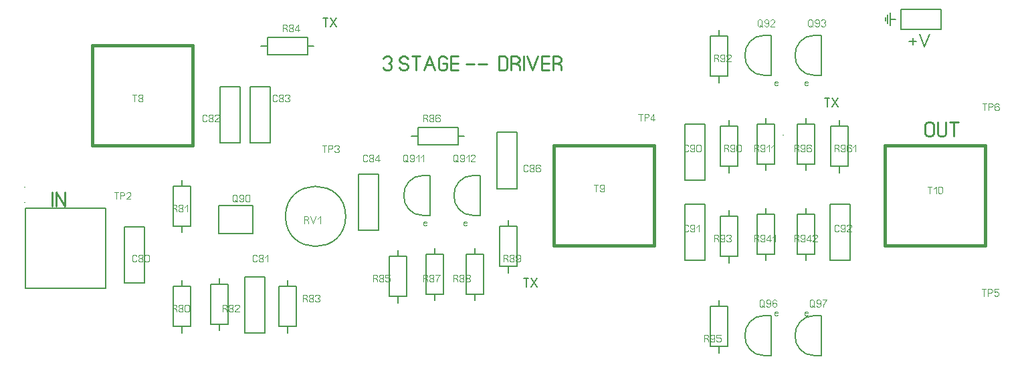
<source format=gbr>
%FSLAX34Y34*%
%MOMM*%
%LNSILK_TOP*%
G71*
G01*
%ADD10C,0.150*%
%ADD11C,0.111*%
%ADD12C,0.167*%
%ADD13C,0.400*%
%ADD14C,0.200*%
%ADD15C,0.144*%
%ADD16C,0.222*%
%ADD17C,0.133*%
%LPD*%
G54D10*
X864300Y14150D02*
X872300Y14150D01*
X872300Y-36575D01*
X864300Y-36575D01*
G54D10*
G75*
G01X864339Y14281D02*
G03X864339Y-36719I0J-25500D01*
G01*
G54D11*
X857767Y27213D02*
X861101Y25547D01*
G54D11*
X860434Y32769D02*
X860434Y27213D01*
X859767Y26102D01*
X858434Y25547D01*
X857101Y25547D01*
X855767Y26102D01*
X855101Y27213D01*
X855101Y32769D01*
X855767Y33880D01*
X857101Y34436D01*
X858434Y34436D01*
X859767Y33880D01*
X860434Y32769D01*
G54D11*
X863545Y27213D02*
X864211Y26102D01*
X865545Y25547D01*
X866878Y25547D01*
X868211Y26102D01*
X868878Y27213D01*
X868878Y29991D01*
X868878Y30547D01*
X866878Y29436D01*
X865545Y29436D01*
X864211Y29991D01*
X863545Y31102D01*
X863545Y32769D01*
X864211Y33880D01*
X865545Y34436D01*
X866878Y34436D01*
X868211Y33880D01*
X868878Y32769D01*
X868878Y29991D01*
G54D11*
X876655Y25547D02*
X871322Y25547D01*
X871322Y26102D01*
X871988Y27213D01*
X875988Y30547D01*
X876655Y31658D01*
X876655Y32769D01*
X875988Y33880D01*
X874655Y34436D01*
X873322Y34436D01*
X871988Y33880D01*
X871322Y32769D01*
G54D10*
X927800Y14150D02*
X935800Y14150D01*
X935800Y-36575D01*
X927800Y-36575D01*
G54D10*
G75*
G01X927839Y14281D02*
G03X927839Y-36719I0J-25500D01*
G01*
G54D11*
X921784Y27213D02*
X925117Y25547D01*
G54D11*
X924450Y32769D02*
X924450Y27213D01*
X923784Y26102D01*
X922450Y25547D01*
X921117Y25547D01*
X919784Y26102D01*
X919117Y27213D01*
X919117Y32769D01*
X919784Y33880D01*
X921117Y34436D01*
X922450Y34436D01*
X923784Y33880D01*
X924450Y32769D01*
G54D11*
X927561Y27213D02*
X928228Y26102D01*
X929561Y25547D01*
X930894Y25547D01*
X932228Y26102D01*
X932894Y27213D01*
X932894Y29991D01*
X932894Y30547D01*
X930894Y29436D01*
X929561Y29436D01*
X928228Y29991D01*
X927561Y31102D01*
X927561Y32769D01*
X928228Y33880D01*
X929561Y34436D01*
X930894Y34436D01*
X932228Y33880D01*
X932894Y32769D01*
X932894Y29991D01*
G54D11*
X935338Y32769D02*
X936005Y33880D01*
X937338Y34436D01*
X938672Y34436D01*
X940005Y33880D01*
X940672Y32769D01*
X940672Y31658D01*
X940005Y30547D01*
X938672Y29991D01*
X940005Y29436D01*
X940672Y28325D01*
X940672Y27213D01*
X940005Y26102D01*
X938672Y25547D01*
X937338Y25547D01*
X936005Y26102D01*
X935338Y27213D01*
G54D10*
X864300Y-341450D02*
X872300Y-341450D01*
X872300Y-392175D01*
X864300Y-392175D01*
G54D10*
G75*
G01X864339Y-341319D02*
G03X864339Y-392319I0J-25500D01*
G01*
G54D11*
X860212Y-328387D02*
X863546Y-330053D01*
G54D11*
X862879Y-322831D02*
X862879Y-328387D01*
X862212Y-329498D01*
X860879Y-330053D01*
X859546Y-330053D01*
X858212Y-329498D01*
X857546Y-328387D01*
X857546Y-322831D01*
X858212Y-321720D01*
X859546Y-321164D01*
X860879Y-321164D01*
X862212Y-321720D01*
X862879Y-322831D01*
G54D11*
X865990Y-328387D02*
X866656Y-329498D01*
X867990Y-330053D01*
X869323Y-330053D01*
X870656Y-329498D01*
X871323Y-328387D01*
X871323Y-325609D01*
X871323Y-325053D01*
X869323Y-326164D01*
X867990Y-326164D01*
X866656Y-325609D01*
X865990Y-324498D01*
X865990Y-322831D01*
X866656Y-321720D01*
X867990Y-321164D01*
X869323Y-321164D01*
X870656Y-321720D01*
X871323Y-322831D01*
X871323Y-325609D01*
G54D11*
X879100Y-322831D02*
X878433Y-321720D01*
X877100Y-321164D01*
X875767Y-321164D01*
X874433Y-321720D01*
X873767Y-322831D01*
X873767Y-325609D01*
X873767Y-326164D01*
X875767Y-325053D01*
X877100Y-325053D01*
X878433Y-325609D01*
X879100Y-326720D01*
X879100Y-328387D01*
X878433Y-329498D01*
X877100Y-330053D01*
X875767Y-330053D01*
X874433Y-329498D01*
X873767Y-328387D01*
X873767Y-325609D01*
G54D10*
X927800Y-341450D02*
X935800Y-341450D01*
X935800Y-392175D01*
X927800Y-392175D01*
G54D10*
G75*
G01X927839Y-341319D02*
G03X927839Y-392319I0J-25500D01*
G01*
G54D11*
X923712Y-328387D02*
X927045Y-330053D01*
G54D11*
X926378Y-322831D02*
X926378Y-328387D01*
X925712Y-329498D01*
X924378Y-330053D01*
X923045Y-330053D01*
X921712Y-329498D01*
X921045Y-328387D01*
X921045Y-322831D01*
X921712Y-321720D01*
X923045Y-321164D01*
X924378Y-321164D01*
X925712Y-321720D01*
X926378Y-322831D01*
G54D11*
X929489Y-328387D02*
X930156Y-329498D01*
X931489Y-330053D01*
X932822Y-330053D01*
X934156Y-329498D01*
X934822Y-328387D01*
X934822Y-325609D01*
X934822Y-325053D01*
X932822Y-326164D01*
X931489Y-326164D01*
X930156Y-325609D01*
X929489Y-324498D01*
X929489Y-322831D01*
X930156Y-321720D01*
X931489Y-321164D01*
X932822Y-321164D01*
X934156Y-321720D01*
X934822Y-322831D01*
X934822Y-325609D01*
G54D11*
X937266Y-321164D02*
X942600Y-321164D01*
X941933Y-322276D01*
X940600Y-323942D01*
X939266Y-326164D01*
X938600Y-327831D01*
X938600Y-330053D01*
G54D11*
X880300Y-48594D02*
X879233Y-49150D01*
X877900Y-49150D01*
X876567Y-48594D01*
X876300Y-47483D01*
X876300Y-45594D01*
X876967Y-44483D01*
X878300Y-44150D01*
X879633Y-44483D01*
X880300Y-45261D01*
X880300Y-46372D01*
X876300Y-46372D01*
G54D11*
X880300Y-340694D02*
X879233Y-341250D01*
X877900Y-341250D01*
X876567Y-340694D01*
X876300Y-339583D01*
X876300Y-337694D01*
X876967Y-336583D01*
X878300Y-336250D01*
X879633Y-336583D01*
X880300Y-337361D01*
X880300Y-338472D01*
X876300Y-338472D01*
G54D10*
X876675Y-149179D02*
X854500Y-149179D01*
X854500Y-98479D01*
X876675Y-98479D01*
X876675Y-149179D01*
G54D10*
X865588Y-149379D02*
X865588Y-157279D01*
G54D10*
X865588Y-98379D02*
X865587Y-90479D01*
G54D10*
X876675Y-263479D02*
X854500Y-263479D01*
X854500Y-212779D01*
X876675Y-212779D01*
X876675Y-263479D01*
G54D10*
X865588Y-263679D02*
X865588Y-271579D01*
G54D10*
X865588Y-212679D02*
X865587Y-204779D01*
G54D10*
X927475Y-149179D02*
X905300Y-149179D01*
X905300Y-98479D01*
X927475Y-98479D01*
X927475Y-149179D01*
G54D10*
X916388Y-149379D02*
X916388Y-157279D01*
G54D10*
X916388Y-98379D02*
X916387Y-90479D01*
G54D12*
X887463Y-112238D02*
X887463Y-112238D01*
G54D10*
X927475Y-263479D02*
X905300Y-263479D01*
X905300Y-212779D01*
X927475Y-212779D01*
X927475Y-263479D01*
G54D10*
X916388Y-263679D02*
X916388Y-271579D01*
G54D10*
X916388Y-212679D02*
X916387Y-204779D01*
G54D10*
X829684Y-151739D02*
X807510Y-151739D01*
X807510Y-101039D01*
X829684Y-101039D01*
X829684Y-151739D01*
G54D10*
X818597Y-151939D02*
X818597Y-159839D01*
G54D10*
X818597Y-100939D02*
X818597Y-93039D01*
G54D10*
X829684Y-266039D02*
X807510Y-266039D01*
X807510Y-215339D01*
X829684Y-215339D01*
X829684Y-266039D01*
G54D10*
X818597Y-266239D02*
X818597Y-274139D01*
G54D10*
X818597Y-215239D02*
X818597Y-207339D01*
G54D10*
X816985Y-380339D02*
X794810Y-380339D01*
X794810Y-329639D01*
X816985Y-329639D01*
X816985Y-380339D01*
G54D10*
X805897Y-380539D02*
X805897Y-388439D01*
G54D10*
X805897Y-329539D02*
X805897Y-321639D01*
G54D10*
X816985Y-37439D02*
X794810Y-37439D01*
X794810Y13261D01*
X816985Y13261D01*
X816985Y-37439D01*
G54D10*
X805897Y-37639D02*
X805897Y-45539D01*
G54D10*
X805897Y13361D02*
X805897Y21261D01*
G54D10*
X762856Y-169912D02*
X788256Y-169912D01*
X788256Y-98312D01*
X762856Y-98312D01*
X762856Y-169912D01*
G54D10*
X762856Y-271512D02*
X788256Y-271512D01*
X788256Y-199912D01*
X762856Y-199912D01*
X762856Y-271512D01*
G54D10*
X969384Y-151739D02*
X947210Y-151739D01*
X947210Y-101039D01*
X969384Y-101039D01*
X969384Y-151739D01*
G54D10*
X958297Y-151939D02*
X958297Y-159839D01*
G54D10*
X958297Y-100939D02*
X958297Y-93039D01*
G54D10*
X947006Y-271512D02*
X972406Y-271512D01*
X972406Y-199912D01*
X947006Y-199912D01*
X947006Y-271512D01*
G54D13*
X596900Y-125350D02*
X723900Y-125350D01*
X723900Y-252350D01*
X596900Y-252350D01*
X596900Y-125350D01*
G54D13*
X1016000Y-125350D02*
X1143000Y-125350D01*
X1143000Y-252350D01*
X1016000Y-252350D01*
X1016000Y-125350D01*
G54D14*
X1046500Y6464D02*
X1056100Y6464D01*
G54D14*
X1051300Y10464D02*
X1051300Y2464D01*
G54D14*
X1060500Y15464D02*
X1066500Y-536D01*
X1072500Y15464D01*
G54D10*
X1036704Y21638D02*
X1036704Y47038D01*
X1087504Y47038D01*
X1087504Y21638D01*
X1036704Y21638D01*
G54D14*
X1029371Y34867D02*
X1023020Y34867D01*
G54D14*
X1023020Y26930D02*
X1023021Y42805D01*
G54D14*
X1019846Y40423D02*
X1019846Y29311D01*
G54D14*
X1016671Y32486D02*
X1016671Y37248D01*
G54D10*
X432500Y-163650D02*
X440500Y-163650D01*
X440500Y-214375D01*
X432500Y-214375D01*
G54D10*
G75*
G01X432539Y-163519D02*
G03X432539Y-214519I0J-25500D01*
G01*
G54D10*
X496000Y-163650D02*
X504000Y-163650D01*
X504000Y-214375D01*
X496000Y-214375D01*
G54D10*
G75*
G01X496039Y-163519D02*
G03X496039Y-214519I0J-25500D01*
G01*
G54D11*
X435800Y-226394D02*
X434733Y-226950D01*
X433400Y-226950D01*
X432067Y-226394D01*
X431800Y-225283D01*
X431800Y-223394D01*
X432467Y-222283D01*
X433800Y-221950D01*
X435133Y-222283D01*
X435800Y-223061D01*
X435800Y-224172D01*
X431800Y-224172D01*
G54D10*
X457575Y-314279D02*
X435400Y-314279D01*
X435400Y-263579D01*
X457575Y-263579D01*
X457575Y-314279D01*
G54D10*
X446488Y-314479D02*
X446488Y-322379D01*
G54D10*
X446488Y-263479D02*
X446487Y-255579D01*
G54D10*
X508375Y-314279D02*
X486200Y-314279D01*
X486200Y-263579D01*
X508375Y-263579D01*
X508375Y-314279D01*
G54D10*
X497288Y-314479D02*
X497288Y-322379D01*
G54D10*
X497288Y-263479D02*
X497287Y-255579D01*
G54D10*
X410584Y-316839D02*
X388410Y-316839D01*
X388410Y-266139D01*
X410584Y-266139D01*
X410584Y-316839D01*
G54D10*
X399497Y-317039D02*
X399497Y-324939D01*
G54D10*
X399497Y-266039D02*
X399497Y-258139D01*
G54D10*
X350106Y-233412D02*
X375506Y-233412D01*
X375506Y-161812D01*
X350106Y-161812D01*
X350106Y-233412D01*
G54D10*
X424944Y-124807D02*
X424944Y-102632D01*
X475644Y-102632D01*
X475644Y-124807D01*
X424944Y-124807D01*
G54D10*
X424744Y-113720D02*
X416844Y-113720D01*
G54D10*
X475744Y-113720D02*
X483644Y-113720D01*
G54D10*
X528390Y-228331D02*
X550565Y-228331D01*
X550565Y-279031D01*
X528390Y-279030D01*
X528390Y-228331D01*
G54D10*
X539477Y-228130D02*
X539477Y-220230D01*
G54D10*
X539477Y-279131D02*
X539478Y-287031D01*
G54D10*
X550769Y-108557D02*
X525368Y-108557D01*
X525369Y-180157D01*
X550769Y-180157D01*
X550769Y-108557D01*
G54D10*
X215650Y-237550D02*
X173050Y-237550D01*
X173050Y-201950D01*
X215650Y-201950D01*
X215650Y-237550D01*
G54D10*
X184525Y-352379D02*
X162350Y-352379D01*
X162350Y-301679D01*
X184525Y-301679D01*
X184525Y-352379D01*
G54D10*
X173438Y-352579D02*
X173438Y-360479D01*
G54D10*
X173438Y-301579D02*
X173437Y-293679D01*
G54D10*
X137534Y-354939D02*
X115360Y-354939D01*
X115360Y-304239D01*
X137534Y-304239D01*
X137534Y-354939D01*
G54D10*
X126447Y-355139D02*
X126447Y-363039D01*
G54D10*
X126447Y-304139D02*
X126447Y-296239D01*
G54D10*
G75*
G01X333574Y-215493D02*
G03X333574Y-215493I-38100J0D01*
G01*
G54D10*
X231314Y-292076D02*
X205914Y-292076D01*
X205914Y-363676D01*
X231314Y-363676D01*
X231314Y-292076D01*
G54D10*
X174164Y-122376D02*
X199564Y-122376D01*
X199564Y-50776D01*
X174164Y-50776D01*
X174164Y-122376D01*
G54D10*
X237664Y-50776D02*
X212264Y-50776D01*
X212264Y-122376D01*
X237664Y-122376D01*
X237664Y-50776D01*
G54D10*
X115326Y-177267D02*
X137501Y-177267D01*
X137501Y-227967D01*
X115326Y-227967D01*
X115326Y-177267D01*
G54D10*
X126414Y-177067D02*
X126414Y-169167D01*
G54D10*
X126414Y-228067D02*
X126414Y-235967D01*
G54D10*
X78914Y-228576D02*
X53514Y-228576D01*
X53514Y-300176D01*
X78914Y-300176D01*
X78914Y-228576D01*
G54D13*
X12700Y1650D02*
X139700Y1650D01*
X139700Y-125350D01*
X12700Y-125350D01*
X12700Y1650D01*
G54D10*
X270884Y-354939D02*
X248710Y-354939D01*
X248710Y-304239D01*
X270884Y-304239D01*
X270884Y-354939D01*
G54D10*
X259797Y-355139D02*
X259797Y-363039D01*
G54D10*
X259797Y-304139D02*
X259797Y-296239D01*
G54D10*
X-71669Y-204719D02*
X29931Y-204719D01*
X29931Y-306319D01*
X-71669Y-306319D01*
X-71669Y-204719D01*
G54D15*
X-72419Y-177969D02*
X-72419Y-177969D01*
G54D15*
X-72419Y-197469D02*
X-72419Y-197469D01*
G54D16*
X-37719Y-202469D02*
X-37719Y-184691D01*
G54D16*
X-32830Y-202469D02*
X-32830Y-184691D01*
X-22163Y-202469D01*
X-22163Y-184691D01*
G54D16*
X1077848Y-99124D02*
X1077848Y-110235D01*
X1076515Y-112458D01*
X1073848Y-113569D01*
X1071181Y-113569D01*
X1068515Y-112458D01*
X1067181Y-110235D01*
X1067181Y-99124D01*
X1068515Y-96902D01*
X1071181Y-95791D01*
X1073848Y-95791D01*
X1076515Y-96902D01*
X1077848Y-99124D01*
G54D16*
X1082737Y-95791D02*
X1082737Y-110235D01*
X1084071Y-112458D01*
X1086737Y-113569D01*
X1089404Y-113569D01*
X1092071Y-112458D01*
X1093404Y-110235D01*
X1093404Y-95791D01*
G54D16*
X1103627Y-113569D02*
X1103627Y-95791D01*
G54D16*
X1098293Y-95791D02*
X1108960Y-95791D01*
G54D10*
X234444Y-10507D02*
X234444Y11668D01*
X285144Y11668D01*
X285144Y-10507D01*
X234444Y-10507D01*
G54D10*
X234244Y580D02*
X226344Y580D01*
G54D10*
X285244Y580D02*
X293145Y581D01*
G54D11*
X256667Y23494D02*
X258667Y22383D01*
X259333Y21272D01*
X259333Y19050D01*
G54D11*
X254000Y19050D02*
X254000Y27939D01*
X257333Y27939D01*
X258667Y27383D01*
X259333Y26272D01*
X259333Y25161D01*
X258667Y24050D01*
X257333Y23494D01*
X254000Y23494D01*
G54D11*
X265110Y23494D02*
X263777Y23494D01*
X262444Y24050D01*
X261777Y25161D01*
X261777Y26272D01*
X262444Y27383D01*
X263777Y27939D01*
X265110Y27939D01*
X266444Y27383D01*
X267110Y26272D01*
X267110Y25161D01*
X266444Y24050D01*
X265110Y23494D01*
X266444Y22939D01*
X267110Y21828D01*
X267110Y20717D01*
X266444Y19606D01*
X265110Y19050D01*
X263777Y19050D01*
X262444Y19606D01*
X261777Y20717D01*
X261777Y21828D01*
X262444Y22939D01*
X263777Y23494D01*
G54D11*
X273554Y19050D02*
X273554Y27939D01*
X269554Y22383D01*
X269554Y21272D01*
X274887Y21272D01*
G54D11*
X246633Y-68183D02*
X245967Y-69294D01*
X244633Y-69850D01*
X243300Y-69850D01*
X241967Y-69294D01*
X241300Y-68183D01*
X241300Y-62628D01*
X241967Y-61517D01*
X243300Y-60961D01*
X244633Y-60961D01*
X245967Y-61517D01*
X246633Y-62628D01*
G54D11*
X252410Y-65406D02*
X251077Y-65406D01*
X249744Y-64850D01*
X249077Y-63739D01*
X249077Y-62628D01*
X249744Y-61517D01*
X251077Y-60961D01*
X252410Y-60961D01*
X253744Y-61517D01*
X254410Y-62628D01*
X254410Y-63739D01*
X253744Y-64850D01*
X252410Y-65406D01*
X253744Y-65961D01*
X254410Y-67072D01*
X254410Y-68183D01*
X253744Y-69294D01*
X252410Y-69850D01*
X251077Y-69850D01*
X249744Y-69294D01*
X249077Y-68183D01*
X249077Y-67072D01*
X249744Y-65961D01*
X251077Y-65406D01*
G54D11*
X256854Y-62628D02*
X257521Y-61517D01*
X258854Y-60961D01*
X260187Y-60961D01*
X261521Y-61517D01*
X262187Y-62628D01*
X262187Y-63739D01*
X261521Y-64850D01*
X260187Y-65406D01*
X261521Y-65961D01*
X262187Y-67072D01*
X262187Y-68183D01*
X261521Y-69294D01*
X260187Y-69850D01*
X258854Y-69850D01*
X257521Y-69294D01*
X256854Y-68183D01*
G54D11*
X157733Y-93583D02*
X157067Y-94694D01*
X155733Y-95250D01*
X154400Y-95250D01*
X153067Y-94694D01*
X152400Y-93583D01*
X152400Y-88028D01*
X153067Y-86917D01*
X154400Y-86361D01*
X155733Y-86361D01*
X157067Y-86917D01*
X157733Y-88028D01*
G54D11*
X163510Y-90806D02*
X162177Y-90806D01*
X160844Y-90250D01*
X160177Y-89139D01*
X160177Y-88028D01*
X160844Y-86917D01*
X162177Y-86361D01*
X163510Y-86361D01*
X164844Y-86917D01*
X165510Y-88028D01*
X165510Y-89139D01*
X164844Y-90250D01*
X163510Y-90806D01*
X164844Y-91361D01*
X165510Y-92472D01*
X165510Y-93583D01*
X164844Y-94694D01*
X163510Y-95250D01*
X162177Y-95250D01*
X160844Y-94694D01*
X160177Y-93583D01*
X160177Y-92472D01*
X160844Y-91361D01*
X162177Y-90806D01*
G54D11*
X173287Y-95250D02*
X167954Y-95250D01*
X167954Y-94694D01*
X168621Y-93583D01*
X172621Y-90250D01*
X173287Y-89139D01*
X173287Y-88028D01*
X172621Y-86917D01*
X171287Y-86361D01*
X169954Y-86361D01*
X168621Y-86917D01*
X167954Y-88028D01*
G54D11*
X283697Y-219937D02*
X285697Y-221048D01*
X286363Y-222160D01*
X286363Y-224382D01*
G54D11*
X281030Y-224382D02*
X281030Y-215493D01*
X284363Y-215493D01*
X285697Y-216048D01*
X286363Y-217160D01*
X286363Y-218271D01*
X285697Y-219382D01*
X284363Y-219937D01*
X281030Y-219937D01*
G54D11*
X288807Y-215493D02*
X292140Y-224382D01*
X295474Y-215493D01*
G54D11*
X297918Y-218826D02*
X301251Y-215493D01*
X301251Y-224382D01*
G54D11*
X282067Y-319406D02*
X284067Y-320517D01*
X284733Y-321628D01*
X284733Y-323850D01*
G54D11*
X279400Y-323850D02*
X279400Y-314961D01*
X282733Y-314961D01*
X284067Y-315517D01*
X284733Y-316628D01*
X284733Y-317739D01*
X284067Y-318850D01*
X282733Y-319406D01*
X279400Y-319406D01*
G54D11*
X290510Y-319406D02*
X289177Y-319406D01*
X287844Y-318850D01*
X287177Y-317739D01*
X287177Y-316628D01*
X287844Y-315517D01*
X289177Y-314961D01*
X290510Y-314961D01*
X291844Y-315517D01*
X292510Y-316628D01*
X292510Y-317739D01*
X291844Y-318850D01*
X290510Y-319406D01*
X291844Y-319961D01*
X292510Y-321072D01*
X292510Y-322183D01*
X291844Y-323294D01*
X290510Y-323850D01*
X289177Y-323850D01*
X287844Y-323294D01*
X287177Y-322183D01*
X287177Y-321072D01*
X287844Y-319961D01*
X289177Y-319406D01*
G54D11*
X294954Y-316628D02*
X295621Y-315517D01*
X296954Y-314961D01*
X298287Y-314961D01*
X299621Y-315517D01*
X300287Y-316628D01*
X300287Y-317739D01*
X299621Y-318850D01*
X298287Y-319406D01*
X299621Y-319961D01*
X300287Y-321072D01*
X300287Y-322183D01*
X299621Y-323294D01*
X298287Y-323850D01*
X296954Y-323850D01*
X295621Y-323294D01*
X294954Y-322183D01*
G54D11*
X221233Y-271383D02*
X220567Y-272494D01*
X219233Y-273050D01*
X217900Y-273050D01*
X216567Y-272494D01*
X215900Y-271383D01*
X215900Y-265828D01*
X216567Y-264717D01*
X217900Y-264161D01*
X219233Y-264161D01*
X220567Y-264717D01*
X221233Y-265828D01*
G54D11*
X227010Y-268606D02*
X225677Y-268606D01*
X224344Y-268050D01*
X223677Y-266939D01*
X223677Y-265828D01*
X224344Y-264717D01*
X225677Y-264161D01*
X227010Y-264161D01*
X228344Y-264717D01*
X229010Y-265828D01*
X229010Y-266939D01*
X228344Y-268050D01*
X227010Y-268606D01*
X228344Y-269161D01*
X229010Y-270272D01*
X229010Y-271383D01*
X228344Y-272494D01*
X227010Y-273050D01*
X225677Y-273050D01*
X224344Y-272494D01*
X223677Y-271383D01*
X223677Y-270272D01*
X224344Y-269161D01*
X225677Y-268606D01*
G54D11*
X231454Y-267494D02*
X234787Y-264161D01*
X234787Y-273050D01*
G54D11*
X180467Y-332106D02*
X182467Y-333217D01*
X183133Y-334328D01*
X183133Y-336550D01*
G54D11*
X177800Y-336550D02*
X177800Y-327661D01*
X181133Y-327661D01*
X182467Y-328217D01*
X183133Y-329328D01*
X183133Y-330439D01*
X182467Y-331550D01*
X181133Y-332106D01*
X177800Y-332106D01*
G54D11*
X188910Y-332106D02*
X187577Y-332106D01*
X186244Y-331550D01*
X185577Y-330439D01*
X185577Y-329328D01*
X186244Y-328217D01*
X187577Y-327661D01*
X188910Y-327661D01*
X190244Y-328217D01*
X190910Y-329328D01*
X190910Y-330439D01*
X190244Y-331550D01*
X188910Y-332106D01*
X190244Y-332661D01*
X190910Y-333772D01*
X190910Y-334883D01*
X190244Y-335994D01*
X188910Y-336550D01*
X187577Y-336550D01*
X186244Y-335994D01*
X185577Y-334883D01*
X185577Y-333772D01*
X186244Y-332661D01*
X187577Y-332106D01*
G54D11*
X198687Y-336550D02*
X193354Y-336550D01*
X193354Y-335994D01*
X194021Y-334883D01*
X198021Y-331550D01*
X198687Y-330439D01*
X198687Y-329328D01*
X198021Y-328217D01*
X196687Y-327661D01*
X195354Y-327661D01*
X194021Y-328217D01*
X193354Y-329328D01*
G54D11*
X116967Y-332106D02*
X118967Y-333217D01*
X119633Y-334328D01*
X119633Y-336550D01*
G54D11*
X114300Y-336550D02*
X114300Y-327661D01*
X117633Y-327661D01*
X118967Y-328217D01*
X119633Y-329328D01*
X119633Y-330439D01*
X118967Y-331550D01*
X117633Y-332106D01*
X114300Y-332106D01*
G54D11*
X125410Y-332106D02*
X124077Y-332106D01*
X122744Y-331550D01*
X122077Y-330439D01*
X122077Y-329328D01*
X122744Y-328217D01*
X124077Y-327661D01*
X125410Y-327661D01*
X126744Y-328217D01*
X127410Y-329328D01*
X127410Y-330439D01*
X126744Y-331550D01*
X125410Y-332106D01*
X126744Y-332661D01*
X127410Y-333772D01*
X127410Y-334883D01*
X126744Y-335994D01*
X125410Y-336550D01*
X124077Y-336550D01*
X122744Y-335994D01*
X122077Y-334883D01*
X122077Y-333772D01*
X122744Y-332661D01*
X124077Y-332106D01*
G54D11*
X135187Y-329328D02*
X135187Y-334883D01*
X134521Y-335994D01*
X133187Y-336550D01*
X131854Y-336550D01*
X130521Y-335994D01*
X129854Y-334883D01*
X129854Y-329328D01*
X130521Y-328217D01*
X131854Y-327661D01*
X133187Y-327661D01*
X134521Y-328217D01*
X135187Y-329328D01*
G54D11*
X116967Y-205106D02*
X118967Y-206217D01*
X119633Y-207328D01*
X119633Y-209550D01*
G54D11*
X114300Y-209550D02*
X114300Y-200661D01*
X117633Y-200661D01*
X118967Y-201217D01*
X119633Y-202328D01*
X119633Y-203439D01*
X118967Y-204550D01*
X117633Y-205106D01*
X114300Y-205106D01*
G54D11*
X125410Y-205106D02*
X124077Y-205106D01*
X122744Y-204550D01*
X122077Y-203439D01*
X122077Y-202328D01*
X122744Y-201217D01*
X124077Y-200661D01*
X125410Y-200661D01*
X126744Y-201217D01*
X127410Y-202328D01*
X127410Y-203439D01*
X126744Y-204550D01*
X125410Y-205106D01*
X126744Y-205661D01*
X127410Y-206772D01*
X127410Y-207883D01*
X126744Y-208994D01*
X125410Y-209550D01*
X124077Y-209550D01*
X122744Y-208994D01*
X122077Y-207883D01*
X122077Y-206772D01*
X122744Y-205661D01*
X124077Y-205106D01*
G54D11*
X129854Y-203994D02*
X133187Y-200661D01*
X133187Y-209550D01*
G54D11*
X68833Y-271383D02*
X68167Y-272494D01*
X66833Y-273050D01*
X65500Y-273050D01*
X64167Y-272494D01*
X63500Y-271383D01*
X63500Y-265828D01*
X64167Y-264717D01*
X65500Y-264161D01*
X66833Y-264161D01*
X68167Y-264717D01*
X68833Y-265828D01*
G54D11*
X74610Y-268606D02*
X73277Y-268606D01*
X71944Y-268050D01*
X71277Y-266939D01*
X71277Y-265828D01*
X71944Y-264717D01*
X73277Y-264161D01*
X74610Y-264161D01*
X75944Y-264717D01*
X76610Y-265828D01*
X76610Y-266939D01*
X75944Y-268050D01*
X74610Y-268606D01*
X75944Y-269161D01*
X76610Y-270272D01*
X76610Y-271383D01*
X75944Y-272494D01*
X74610Y-273050D01*
X73277Y-273050D01*
X71944Y-272494D01*
X71277Y-271383D01*
X71277Y-270272D01*
X71944Y-269161D01*
X73277Y-268606D01*
G54D11*
X84387Y-265828D02*
X84387Y-271383D01*
X83721Y-272494D01*
X82387Y-273050D01*
X81054Y-273050D01*
X79721Y-272494D01*
X79054Y-271383D01*
X79054Y-265828D01*
X79721Y-264717D01*
X81054Y-264161D01*
X82387Y-264161D01*
X83721Y-264717D01*
X84387Y-265828D01*
G54D11*
X193167Y-195183D02*
X196500Y-196850D01*
G54D11*
X195833Y-189628D02*
X195833Y-195183D01*
X195167Y-196294D01*
X193833Y-196850D01*
X192500Y-196850D01*
X191167Y-196294D01*
X190500Y-195183D01*
X190500Y-189628D01*
X191167Y-188517D01*
X192500Y-187961D01*
X193833Y-187961D01*
X195167Y-188517D01*
X195833Y-189628D01*
G54D11*
X198944Y-195183D02*
X199611Y-196294D01*
X200944Y-196850D01*
X202277Y-196850D01*
X203611Y-196294D01*
X204277Y-195183D01*
X204277Y-192406D01*
X204277Y-191850D01*
X202277Y-192961D01*
X200944Y-192961D01*
X199611Y-192406D01*
X198944Y-191294D01*
X198944Y-189628D01*
X199611Y-188517D01*
X200944Y-187961D01*
X202277Y-187961D01*
X203611Y-188517D01*
X204277Y-189628D01*
X204277Y-192406D01*
G54D11*
X212054Y-189628D02*
X212054Y-195183D01*
X211388Y-196294D01*
X210054Y-196850D01*
X208721Y-196850D01*
X207388Y-196294D01*
X206721Y-195183D01*
X206721Y-189628D01*
X207388Y-188517D01*
X208721Y-187961D01*
X210054Y-187961D01*
X211388Y-188517D01*
X212054Y-189628D01*
G54D11*
X66167Y-69850D02*
X66167Y-60961D01*
G54D11*
X63500Y-60961D02*
X68833Y-60961D01*
G54D11*
X74610Y-65406D02*
X73277Y-65406D01*
X71944Y-64850D01*
X71277Y-63739D01*
X71277Y-62628D01*
X71944Y-61517D01*
X73277Y-60961D01*
X74610Y-60961D01*
X75944Y-61517D01*
X76610Y-62628D01*
X76610Y-63739D01*
X75944Y-64850D01*
X74610Y-65406D01*
X75944Y-65961D01*
X76610Y-67072D01*
X76610Y-68183D01*
X75944Y-69294D01*
X74610Y-69850D01*
X73277Y-69850D01*
X71944Y-69294D01*
X71277Y-68183D01*
X71277Y-67072D01*
X71944Y-65961D01*
X73277Y-65406D01*
G54D11*
X360933Y-144383D02*
X360267Y-145494D01*
X358933Y-146050D01*
X357600Y-146050D01*
X356267Y-145494D01*
X355600Y-144383D01*
X355600Y-138828D01*
X356267Y-137717D01*
X357600Y-137161D01*
X358933Y-137161D01*
X360267Y-137717D01*
X360933Y-138828D01*
G54D11*
X366710Y-141606D02*
X365377Y-141606D01*
X364044Y-141050D01*
X363377Y-139939D01*
X363377Y-138828D01*
X364044Y-137717D01*
X365377Y-137161D01*
X366710Y-137161D01*
X368044Y-137717D01*
X368710Y-138828D01*
X368710Y-139939D01*
X368044Y-141050D01*
X366710Y-141606D01*
X368044Y-142161D01*
X368710Y-143272D01*
X368710Y-144383D01*
X368044Y-145494D01*
X366710Y-146050D01*
X365377Y-146050D01*
X364044Y-145494D01*
X363377Y-144383D01*
X363377Y-143272D01*
X364044Y-142161D01*
X365377Y-141606D01*
G54D11*
X375154Y-146050D02*
X375154Y-137161D01*
X371154Y-142717D01*
X371154Y-143828D01*
X376487Y-143828D01*
G54D11*
X434467Y-90806D02*
X436467Y-91917D01*
X437133Y-93028D01*
X437133Y-95250D01*
G54D11*
X431800Y-95250D02*
X431800Y-86361D01*
X435133Y-86361D01*
X436467Y-86917D01*
X437133Y-88028D01*
X437133Y-89139D01*
X436467Y-90250D01*
X435133Y-90806D01*
X431800Y-90806D01*
G54D11*
X442910Y-90806D02*
X441577Y-90806D01*
X440244Y-90250D01*
X439577Y-89139D01*
X439577Y-88028D01*
X440244Y-86917D01*
X441577Y-86361D01*
X442910Y-86361D01*
X444244Y-86917D01*
X444910Y-88028D01*
X444910Y-89139D01*
X444244Y-90250D01*
X442910Y-90806D01*
X444244Y-91361D01*
X444910Y-92472D01*
X444910Y-93583D01*
X444244Y-94694D01*
X442910Y-95250D01*
X441577Y-95250D01*
X440244Y-94694D01*
X439577Y-93583D01*
X439577Y-92472D01*
X440244Y-91361D01*
X441577Y-90806D01*
G54D11*
X452687Y-88028D02*
X452021Y-86917D01*
X450687Y-86361D01*
X449354Y-86361D01*
X448021Y-86917D01*
X447354Y-88028D01*
X447354Y-90806D01*
X447354Y-91361D01*
X449354Y-90250D01*
X450687Y-90250D01*
X452021Y-90806D01*
X452687Y-91917D01*
X452687Y-93583D01*
X452021Y-94694D01*
X450687Y-95250D01*
X449354Y-95250D01*
X448021Y-94694D01*
X447354Y-93583D01*
X447354Y-90806D01*
G54D11*
X370967Y-294006D02*
X372967Y-295117D01*
X373633Y-296228D01*
X373633Y-298450D01*
G54D11*
X368300Y-298450D02*
X368300Y-289561D01*
X371633Y-289561D01*
X372967Y-290117D01*
X373633Y-291228D01*
X373633Y-292339D01*
X372967Y-293450D01*
X371633Y-294006D01*
X368300Y-294006D01*
G54D11*
X379410Y-294006D02*
X378077Y-294006D01*
X376744Y-293450D01*
X376077Y-292339D01*
X376077Y-291228D01*
X376744Y-290117D01*
X378077Y-289561D01*
X379410Y-289561D01*
X380744Y-290117D01*
X381410Y-291228D01*
X381410Y-292339D01*
X380744Y-293450D01*
X379410Y-294006D01*
X380744Y-294561D01*
X381410Y-295672D01*
X381410Y-296783D01*
X380744Y-297894D01*
X379410Y-298450D01*
X378077Y-298450D01*
X376744Y-297894D01*
X376077Y-296783D01*
X376077Y-295672D01*
X376744Y-294561D01*
X378077Y-294006D01*
G54D11*
X389187Y-289561D02*
X383854Y-289561D01*
X383854Y-293450D01*
X384521Y-293450D01*
X385854Y-292894D01*
X387187Y-292894D01*
X388521Y-293450D01*
X389187Y-294561D01*
X389187Y-296783D01*
X388521Y-297894D01*
X387187Y-298450D01*
X385854Y-298450D01*
X384521Y-297894D01*
X383854Y-296783D01*
G54D11*
X434467Y-294006D02*
X436467Y-295117D01*
X437133Y-296228D01*
X437133Y-298450D01*
G54D11*
X431800Y-298450D02*
X431800Y-289561D01*
X435133Y-289561D01*
X436467Y-290117D01*
X437133Y-291228D01*
X437133Y-292339D01*
X436467Y-293450D01*
X435133Y-294006D01*
X431800Y-294006D01*
G54D11*
X442910Y-294006D02*
X441577Y-294006D01*
X440244Y-293450D01*
X439577Y-292339D01*
X439577Y-291228D01*
X440244Y-290117D01*
X441577Y-289561D01*
X442910Y-289561D01*
X444244Y-290117D01*
X444910Y-291228D01*
X444910Y-292339D01*
X444244Y-293450D01*
X442910Y-294006D01*
X444244Y-294561D01*
X444910Y-295672D01*
X444910Y-296783D01*
X444244Y-297894D01*
X442910Y-298450D01*
X441577Y-298450D01*
X440244Y-297894D01*
X439577Y-296783D01*
X439577Y-295672D01*
X440244Y-294561D01*
X441577Y-294006D01*
G54D11*
X447354Y-289561D02*
X452687Y-289561D01*
X452021Y-290672D01*
X450687Y-292339D01*
X449354Y-294561D01*
X448687Y-296228D01*
X448687Y-298450D01*
G54D11*
X472567Y-294006D02*
X474567Y-295117D01*
X475233Y-296228D01*
X475233Y-298450D01*
G54D11*
X469900Y-298450D02*
X469900Y-289561D01*
X473233Y-289561D01*
X474567Y-290117D01*
X475233Y-291228D01*
X475233Y-292339D01*
X474567Y-293450D01*
X473233Y-294006D01*
X469900Y-294006D01*
G54D11*
X481010Y-294006D02*
X479677Y-294006D01*
X478344Y-293450D01*
X477677Y-292339D01*
X477677Y-291228D01*
X478344Y-290117D01*
X479677Y-289561D01*
X481010Y-289561D01*
X482344Y-290117D01*
X483010Y-291228D01*
X483010Y-292339D01*
X482344Y-293450D01*
X481010Y-294006D01*
X482344Y-294561D01*
X483010Y-295672D01*
X483010Y-296783D01*
X482344Y-297894D01*
X481010Y-298450D01*
X479677Y-298450D01*
X478344Y-297894D01*
X477677Y-296783D01*
X477677Y-295672D01*
X478344Y-294561D01*
X479677Y-294006D01*
G54D11*
X488787Y-294006D02*
X487454Y-294006D01*
X486121Y-293450D01*
X485454Y-292339D01*
X485454Y-291228D01*
X486121Y-290117D01*
X487454Y-289561D01*
X488787Y-289561D01*
X490121Y-290117D01*
X490787Y-291228D01*
X490787Y-292339D01*
X490121Y-293450D01*
X488787Y-294006D01*
X490121Y-294561D01*
X490787Y-295672D01*
X490787Y-296783D01*
X490121Y-297894D01*
X488787Y-298450D01*
X487454Y-298450D01*
X486121Y-297894D01*
X485454Y-296783D01*
X485454Y-295672D01*
X486121Y-294561D01*
X487454Y-294006D01*
G54D11*
X409067Y-144383D02*
X412400Y-146050D01*
G54D11*
X411733Y-138828D02*
X411733Y-144383D01*
X411067Y-145494D01*
X409733Y-146050D01*
X408400Y-146050D01*
X407067Y-145494D01*
X406400Y-144383D01*
X406400Y-138828D01*
X407067Y-137717D01*
X408400Y-137161D01*
X409733Y-137161D01*
X411067Y-137717D01*
X411733Y-138828D01*
G54D11*
X414844Y-144383D02*
X415511Y-145494D01*
X416844Y-146050D01*
X418177Y-146050D01*
X419511Y-145494D01*
X420177Y-144383D01*
X420177Y-141606D01*
X420177Y-141050D01*
X418177Y-142161D01*
X416844Y-142161D01*
X415511Y-141606D01*
X414844Y-140494D01*
X414844Y-138828D01*
X415511Y-137717D01*
X416844Y-137161D01*
X418177Y-137161D01*
X419511Y-137717D01*
X420177Y-138828D01*
X420177Y-141606D01*
G54D11*
X422621Y-140494D02*
X425954Y-137161D01*
X425954Y-146050D01*
G54D11*
X428398Y-140494D02*
X431731Y-137161D01*
X431731Y-146050D01*
G54D11*
X472567Y-144383D02*
X475900Y-146050D01*
G54D11*
X475233Y-138828D02*
X475233Y-144383D01*
X474567Y-145494D01*
X473233Y-146050D01*
X471900Y-146050D01*
X470567Y-145494D01*
X469900Y-144383D01*
X469900Y-138828D01*
X470567Y-137717D01*
X471900Y-137161D01*
X473233Y-137161D01*
X474567Y-137717D01*
X475233Y-138828D01*
G54D11*
X478344Y-144383D02*
X479011Y-145494D01*
X480344Y-146050D01*
X481677Y-146050D01*
X483011Y-145494D01*
X483677Y-144383D01*
X483677Y-141606D01*
X483677Y-141050D01*
X481677Y-142161D01*
X480344Y-142161D01*
X479011Y-141606D01*
X478344Y-140494D01*
X478344Y-138828D01*
X479011Y-137717D01*
X480344Y-137161D01*
X481677Y-137161D01*
X483011Y-137717D01*
X483677Y-138828D01*
X483677Y-141606D01*
G54D11*
X486121Y-140494D02*
X489454Y-137161D01*
X489454Y-146050D01*
G54D11*
X497231Y-146050D02*
X491898Y-146050D01*
X491898Y-145494D01*
X492565Y-144383D01*
X496565Y-141050D01*
X497231Y-139939D01*
X497231Y-138828D01*
X496565Y-137717D01*
X495231Y-137161D01*
X493898Y-137161D01*
X492565Y-137717D01*
X491898Y-138828D01*
G54D11*
X564133Y-157083D02*
X563467Y-158194D01*
X562133Y-158750D01*
X560800Y-158750D01*
X559467Y-158194D01*
X558800Y-157083D01*
X558800Y-151528D01*
X559467Y-150417D01*
X560800Y-149861D01*
X562133Y-149861D01*
X563467Y-150417D01*
X564133Y-151528D01*
G54D11*
X569910Y-154306D02*
X568577Y-154306D01*
X567244Y-153750D01*
X566577Y-152639D01*
X566577Y-151528D01*
X567244Y-150417D01*
X568577Y-149861D01*
X569910Y-149861D01*
X571244Y-150417D01*
X571910Y-151528D01*
X571910Y-152639D01*
X571244Y-153750D01*
X569910Y-154306D01*
X571244Y-154861D01*
X571910Y-155972D01*
X571910Y-157083D01*
X571244Y-158194D01*
X569910Y-158750D01*
X568577Y-158750D01*
X567244Y-158194D01*
X566577Y-157083D01*
X566577Y-155972D01*
X567244Y-154861D01*
X568577Y-154306D01*
G54D11*
X579687Y-151528D02*
X579021Y-150417D01*
X577687Y-149861D01*
X576354Y-149861D01*
X575021Y-150417D01*
X574354Y-151528D01*
X574354Y-154306D01*
X574354Y-154861D01*
X576354Y-153750D01*
X577687Y-153750D01*
X579021Y-154306D01*
X579687Y-155417D01*
X579687Y-157083D01*
X579021Y-158194D01*
X577687Y-158750D01*
X576354Y-158750D01*
X575021Y-158194D01*
X574354Y-157083D01*
X574354Y-154306D01*
G54D11*
X536067Y-268606D02*
X538067Y-269717D01*
X538733Y-270828D01*
X538733Y-273050D01*
G54D11*
X533400Y-273050D02*
X533400Y-264161D01*
X536733Y-264161D01*
X538067Y-264717D01*
X538733Y-265828D01*
X538733Y-266939D01*
X538067Y-268050D01*
X536733Y-268606D01*
X533400Y-268606D01*
G54D11*
X544510Y-268606D02*
X543177Y-268606D01*
X541844Y-268050D01*
X541177Y-266939D01*
X541177Y-265828D01*
X541844Y-264717D01*
X543177Y-264161D01*
X544510Y-264161D01*
X545844Y-264717D01*
X546510Y-265828D01*
X546510Y-266939D01*
X545844Y-268050D01*
X544510Y-268606D01*
X545844Y-269161D01*
X546510Y-270272D01*
X546510Y-271383D01*
X545844Y-272494D01*
X544510Y-273050D01*
X543177Y-273050D01*
X541844Y-272494D01*
X541177Y-271383D01*
X541177Y-270272D01*
X541844Y-269161D01*
X543177Y-268606D01*
G54D11*
X548954Y-271383D02*
X549621Y-272494D01*
X550954Y-273050D01*
X552287Y-273050D01*
X553621Y-272494D01*
X554287Y-271383D01*
X554287Y-268606D01*
X554287Y-268050D01*
X552287Y-269161D01*
X550954Y-269161D01*
X549621Y-268606D01*
X548954Y-267494D01*
X548954Y-265828D01*
X549621Y-264717D01*
X550954Y-264161D01*
X552287Y-264161D01*
X553621Y-264717D01*
X554287Y-265828D01*
X554287Y-268606D01*
G54D11*
X650367Y-184150D02*
X650367Y-175261D01*
G54D11*
X647700Y-175261D02*
X653033Y-175261D01*
G54D11*
X655477Y-182483D02*
X656144Y-183594D01*
X657477Y-184150D01*
X658810Y-184150D01*
X660144Y-183594D01*
X660810Y-182483D01*
X660810Y-179706D01*
X660810Y-179150D01*
X658810Y-180261D01*
X657477Y-180261D01*
X656144Y-179706D01*
X655477Y-178594D01*
X655477Y-176928D01*
X656144Y-175817D01*
X657477Y-175261D01*
X658810Y-175261D01*
X660144Y-175817D01*
X660810Y-176928D01*
X660810Y-179706D01*
G54D11*
X767333Y-131683D02*
X766667Y-132794D01*
X765333Y-133350D01*
X764000Y-133350D01*
X762667Y-132794D01*
X762000Y-131683D01*
X762000Y-126128D01*
X762667Y-125017D01*
X764000Y-124461D01*
X765333Y-124461D01*
X766667Y-125017D01*
X767333Y-126128D01*
G54D11*
X769777Y-131683D02*
X770444Y-132794D01*
X771777Y-133350D01*
X773110Y-133350D01*
X774444Y-132794D01*
X775110Y-131683D01*
X775110Y-128906D01*
X775110Y-128350D01*
X773110Y-129461D01*
X771777Y-129461D01*
X770444Y-128906D01*
X769777Y-127794D01*
X769777Y-126128D01*
X770444Y-125017D01*
X771777Y-124461D01*
X773110Y-124461D01*
X774444Y-125017D01*
X775110Y-126128D01*
X775110Y-128906D01*
G54D11*
X782887Y-126128D02*
X782887Y-131683D01*
X782221Y-132794D01*
X780887Y-133350D01*
X779554Y-133350D01*
X778221Y-132794D01*
X777554Y-131683D01*
X777554Y-126128D01*
X778221Y-125017D01*
X779554Y-124461D01*
X780887Y-124461D01*
X782221Y-125017D01*
X782887Y-126128D01*
G54D11*
X767333Y-233283D02*
X766667Y-234394D01*
X765333Y-234950D01*
X764000Y-234950D01*
X762667Y-234394D01*
X762000Y-233283D01*
X762000Y-227728D01*
X762667Y-226617D01*
X764000Y-226061D01*
X765333Y-226061D01*
X766667Y-226617D01*
X767333Y-227728D01*
G54D11*
X769777Y-233283D02*
X770444Y-234394D01*
X771777Y-234950D01*
X773110Y-234950D01*
X774444Y-234394D01*
X775110Y-233283D01*
X775110Y-230506D01*
X775110Y-229950D01*
X773110Y-231061D01*
X771777Y-231061D01*
X770444Y-230506D01*
X769777Y-229394D01*
X769777Y-227728D01*
X770444Y-226617D01*
X771777Y-226061D01*
X773110Y-226061D01*
X774444Y-226617D01*
X775110Y-227728D01*
X775110Y-230506D01*
G54D11*
X777554Y-229394D02*
X780887Y-226061D01*
X780887Y-234950D01*
G54D11*
X815467Y-128906D02*
X817467Y-130017D01*
X818133Y-131128D01*
X818133Y-133350D01*
G54D11*
X812800Y-133350D02*
X812800Y-124461D01*
X816133Y-124461D01*
X817467Y-125017D01*
X818133Y-126128D01*
X818133Y-127239D01*
X817467Y-128350D01*
X816133Y-128906D01*
X812800Y-128906D01*
G54D11*
X820577Y-131683D02*
X821244Y-132794D01*
X822577Y-133350D01*
X823910Y-133350D01*
X825244Y-132794D01*
X825910Y-131683D01*
X825910Y-128906D01*
X825910Y-128350D01*
X823910Y-129461D01*
X822577Y-129461D01*
X821244Y-128906D01*
X820577Y-127794D01*
X820577Y-126128D01*
X821244Y-125017D01*
X822577Y-124461D01*
X823910Y-124461D01*
X825244Y-125017D01*
X825910Y-126128D01*
X825910Y-128906D01*
G54D11*
X833687Y-126128D02*
X833687Y-131683D01*
X833021Y-132794D01*
X831687Y-133350D01*
X830354Y-133350D01*
X829021Y-132794D01*
X828354Y-131683D01*
X828354Y-126128D01*
X829021Y-125017D01*
X830354Y-124461D01*
X831687Y-124461D01*
X833021Y-125017D01*
X833687Y-126128D01*
G54D11*
X802767Y-243206D02*
X804767Y-244317D01*
X805433Y-245428D01*
X805433Y-247650D01*
G54D11*
X800100Y-247650D02*
X800100Y-238761D01*
X803433Y-238761D01*
X804767Y-239317D01*
X805433Y-240428D01*
X805433Y-241539D01*
X804767Y-242650D01*
X803433Y-243206D01*
X800100Y-243206D01*
G54D11*
X807877Y-245983D02*
X808544Y-247094D01*
X809877Y-247650D01*
X811210Y-247650D01*
X812544Y-247094D01*
X813210Y-245983D01*
X813210Y-243206D01*
X813210Y-242650D01*
X811210Y-243761D01*
X809877Y-243761D01*
X808544Y-243206D01*
X807877Y-242094D01*
X807877Y-240428D01*
X808544Y-239317D01*
X809877Y-238761D01*
X811210Y-238761D01*
X812544Y-239317D01*
X813210Y-240428D01*
X813210Y-243206D01*
G54D11*
X815654Y-240428D02*
X816321Y-239317D01*
X817654Y-238761D01*
X818987Y-238761D01*
X820321Y-239317D01*
X820987Y-240428D01*
X820987Y-241539D01*
X820321Y-242650D01*
X818987Y-243206D01*
X820321Y-243761D01*
X820987Y-244872D01*
X820987Y-245983D01*
X820321Y-247094D01*
X818987Y-247650D01*
X817654Y-247650D01*
X816321Y-247094D01*
X815654Y-245983D01*
G54D11*
X853567Y-128906D02*
X855567Y-130017D01*
X856233Y-131128D01*
X856233Y-133350D01*
G54D11*
X850900Y-133350D02*
X850900Y-124461D01*
X854233Y-124461D01*
X855567Y-125017D01*
X856233Y-126128D01*
X856233Y-127239D01*
X855567Y-128350D01*
X854233Y-128906D01*
X850900Y-128906D01*
G54D11*
X858677Y-131683D02*
X859344Y-132794D01*
X860677Y-133350D01*
X862010Y-133350D01*
X863344Y-132794D01*
X864010Y-131683D01*
X864010Y-128906D01*
X864010Y-128350D01*
X862010Y-129461D01*
X860677Y-129461D01*
X859344Y-128906D01*
X858677Y-127794D01*
X858677Y-126128D01*
X859344Y-125017D01*
X860677Y-124461D01*
X862010Y-124461D01*
X863344Y-125017D01*
X864010Y-126128D01*
X864010Y-128906D01*
G54D11*
X866454Y-127794D02*
X869787Y-124461D01*
X869787Y-133350D01*
G54D11*
X872231Y-127794D02*
X875564Y-124461D01*
X875564Y-133350D01*
G54D11*
X853567Y-243206D02*
X855567Y-244317D01*
X856233Y-245428D01*
X856233Y-247650D01*
G54D11*
X850900Y-247650D02*
X850900Y-238761D01*
X854233Y-238761D01*
X855567Y-239317D01*
X856233Y-240428D01*
X856233Y-241539D01*
X855567Y-242650D01*
X854233Y-243206D01*
X850900Y-243206D01*
G54D11*
X858677Y-245983D02*
X859344Y-247094D01*
X860677Y-247650D01*
X862010Y-247650D01*
X863344Y-247094D01*
X864010Y-245983D01*
X864010Y-243206D01*
X864010Y-242650D01*
X862010Y-243761D01*
X860677Y-243761D01*
X859344Y-243206D01*
X858677Y-242094D01*
X858677Y-240428D01*
X859344Y-239317D01*
X860677Y-238761D01*
X862010Y-238761D01*
X863344Y-239317D01*
X864010Y-240428D01*
X864010Y-243206D01*
G54D11*
X870454Y-247650D02*
X870454Y-238761D01*
X866454Y-244317D01*
X866454Y-245428D01*
X871787Y-245428D01*
G54D11*
X874231Y-242094D02*
X877564Y-238761D01*
X877564Y-247650D01*
G54D11*
X904367Y-128906D02*
X906367Y-130017D01*
X907033Y-131128D01*
X907033Y-133350D01*
G54D11*
X901700Y-133350D02*
X901700Y-124461D01*
X905033Y-124461D01*
X906367Y-125017D01*
X907033Y-126128D01*
X907033Y-127239D01*
X906367Y-128350D01*
X905033Y-128906D01*
X901700Y-128906D01*
G54D11*
X909477Y-131683D02*
X910144Y-132794D01*
X911477Y-133350D01*
X912810Y-133350D01*
X914144Y-132794D01*
X914810Y-131683D01*
X914810Y-128906D01*
X914810Y-128350D01*
X912810Y-129461D01*
X911477Y-129461D01*
X910144Y-128906D01*
X909477Y-127794D01*
X909477Y-126128D01*
X910144Y-125017D01*
X911477Y-124461D01*
X912810Y-124461D01*
X914144Y-125017D01*
X914810Y-126128D01*
X914810Y-128906D01*
G54D11*
X922587Y-126128D02*
X921921Y-125017D01*
X920587Y-124461D01*
X919254Y-124461D01*
X917921Y-125017D01*
X917254Y-126128D01*
X917254Y-128906D01*
X917254Y-129461D01*
X919254Y-128350D01*
X920587Y-128350D01*
X921921Y-128906D01*
X922587Y-130017D01*
X922587Y-131683D01*
X921921Y-132794D01*
X920587Y-133350D01*
X919254Y-133350D01*
X917921Y-132794D01*
X917254Y-131683D01*
X917254Y-128906D01*
G54D11*
X904367Y-243206D02*
X906367Y-244317D01*
X907033Y-245428D01*
X907033Y-247650D01*
G54D11*
X901700Y-247650D02*
X901700Y-238761D01*
X905033Y-238761D01*
X906367Y-239317D01*
X907033Y-240428D01*
X907033Y-241539D01*
X906367Y-242650D01*
X905033Y-243206D01*
X901700Y-243206D01*
G54D11*
X909477Y-245983D02*
X910144Y-247094D01*
X911477Y-247650D01*
X912810Y-247650D01*
X914144Y-247094D01*
X914810Y-245983D01*
X914810Y-243206D01*
X914810Y-242650D01*
X912810Y-243761D01*
X911477Y-243761D01*
X910144Y-243206D01*
X909477Y-242094D01*
X909477Y-240428D01*
X910144Y-239317D01*
X911477Y-238761D01*
X912810Y-238761D01*
X914144Y-239317D01*
X914810Y-240428D01*
X914810Y-243206D01*
G54D11*
X921254Y-247650D02*
X921254Y-238761D01*
X917254Y-244317D01*
X917254Y-245428D01*
X922587Y-245428D01*
G54D11*
X930364Y-247650D02*
X925031Y-247650D01*
X925031Y-247094D01*
X925698Y-245983D01*
X929698Y-242650D01*
X930364Y-241539D01*
X930364Y-240428D01*
X929698Y-239317D01*
X928364Y-238761D01*
X927031Y-238761D01*
X925698Y-239317D01*
X925031Y-240428D01*
G54D11*
X790067Y-370206D02*
X792067Y-371317D01*
X792733Y-372428D01*
X792733Y-374650D01*
G54D11*
X787400Y-374650D02*
X787400Y-365761D01*
X790733Y-365761D01*
X792067Y-366317D01*
X792733Y-367428D01*
X792733Y-368539D01*
X792067Y-369650D01*
X790733Y-370206D01*
X787400Y-370206D01*
G54D11*
X795177Y-372983D02*
X795844Y-374094D01*
X797177Y-374650D01*
X798510Y-374650D01*
X799844Y-374094D01*
X800510Y-372983D01*
X800510Y-370206D01*
X800510Y-369650D01*
X798510Y-370761D01*
X797177Y-370761D01*
X795844Y-370206D01*
X795177Y-369094D01*
X795177Y-367428D01*
X795844Y-366317D01*
X797177Y-365761D01*
X798510Y-365761D01*
X799844Y-366317D01*
X800510Y-367428D01*
X800510Y-370206D01*
G54D11*
X808287Y-365761D02*
X802954Y-365761D01*
X802954Y-369650D01*
X803621Y-369650D01*
X804954Y-369094D01*
X806287Y-369094D01*
X807621Y-369650D01*
X808287Y-370761D01*
X808287Y-372983D01*
X807621Y-374094D01*
X806287Y-374650D01*
X804954Y-374650D01*
X803621Y-374094D01*
X802954Y-372983D01*
G54D11*
X802767Y-14606D02*
X804767Y-15717D01*
X805433Y-16828D01*
X805433Y-19050D01*
G54D11*
X800100Y-19050D02*
X800100Y-10161D01*
X803433Y-10161D01*
X804767Y-10717D01*
X805433Y-11828D01*
X805433Y-12939D01*
X804767Y-14050D01*
X803433Y-14606D01*
X800100Y-14606D01*
G54D11*
X807877Y-17383D02*
X808544Y-18494D01*
X809877Y-19050D01*
X811210Y-19050D01*
X812544Y-18494D01*
X813210Y-17383D01*
X813210Y-14606D01*
X813210Y-14050D01*
X811210Y-15161D01*
X809877Y-15161D01*
X808544Y-14606D01*
X807877Y-13494D01*
X807877Y-11828D01*
X808544Y-10717D01*
X809877Y-10161D01*
X811210Y-10161D01*
X812544Y-10717D01*
X813210Y-11828D01*
X813210Y-14606D01*
G54D11*
X820987Y-19050D02*
X815654Y-19050D01*
X815654Y-18494D01*
X816321Y-17383D01*
X820321Y-14050D01*
X820987Y-12939D01*
X820987Y-11828D01*
X820321Y-10717D01*
X818987Y-10161D01*
X817654Y-10161D01*
X816321Y-10717D01*
X815654Y-11828D01*
G54D11*
X955167Y-128906D02*
X957167Y-130017D01*
X957833Y-131128D01*
X957833Y-133350D01*
G54D11*
X952500Y-133350D02*
X952500Y-124461D01*
X955833Y-124461D01*
X957167Y-125017D01*
X957833Y-126128D01*
X957833Y-127239D01*
X957167Y-128350D01*
X955833Y-128906D01*
X952500Y-128906D01*
G54D11*
X960277Y-131683D02*
X960944Y-132794D01*
X962277Y-133350D01*
X963610Y-133350D01*
X964944Y-132794D01*
X965610Y-131683D01*
X965610Y-128906D01*
X965610Y-128350D01*
X963610Y-129461D01*
X962277Y-129461D01*
X960944Y-128906D01*
X960277Y-127794D01*
X960277Y-126128D01*
X960944Y-125017D01*
X962277Y-124461D01*
X963610Y-124461D01*
X964944Y-125017D01*
X965610Y-126128D01*
X965610Y-128906D01*
G54D11*
X973387Y-126128D02*
X972721Y-125017D01*
X971387Y-124461D01*
X970054Y-124461D01*
X968721Y-125017D01*
X968054Y-126128D01*
X968054Y-128906D01*
X968054Y-129461D01*
X970054Y-128350D01*
X971387Y-128350D01*
X972721Y-128906D01*
X973387Y-130017D01*
X973387Y-131683D01*
X972721Y-132794D01*
X971387Y-133350D01*
X970054Y-133350D01*
X968721Y-132794D01*
X968054Y-131683D01*
X968054Y-128906D01*
G54D11*
X975831Y-127794D02*
X979164Y-124461D01*
X979164Y-133350D01*
G54D11*
X957833Y-233283D02*
X957167Y-234394D01*
X955833Y-234950D01*
X954500Y-234950D01*
X953167Y-234394D01*
X952500Y-233283D01*
X952500Y-227728D01*
X953167Y-226617D01*
X954500Y-226061D01*
X955833Y-226061D01*
X957167Y-226617D01*
X957833Y-227728D01*
G54D11*
X960277Y-233283D02*
X960944Y-234394D01*
X962277Y-234950D01*
X963610Y-234950D01*
X964944Y-234394D01*
X965610Y-233283D01*
X965610Y-230506D01*
X965610Y-229950D01*
X963610Y-231061D01*
X962277Y-231061D01*
X960944Y-230506D01*
X960277Y-229394D01*
X960277Y-227728D01*
X960944Y-226617D01*
X962277Y-226061D01*
X963610Y-226061D01*
X964944Y-226617D01*
X965610Y-227728D01*
X965610Y-230506D01*
G54D11*
X973387Y-234950D02*
X968054Y-234950D01*
X968054Y-234394D01*
X968721Y-233283D01*
X972721Y-229950D01*
X973387Y-228839D01*
X973387Y-227728D01*
X972721Y-226617D01*
X971387Y-226061D01*
X970054Y-226061D01*
X968721Y-226617D01*
X968054Y-227728D01*
G54D11*
X1072642Y-186531D02*
X1072642Y-177642D01*
G54D11*
X1069975Y-177642D02*
X1075308Y-177642D01*
G54D11*
X1077752Y-180976D02*
X1081085Y-177642D01*
X1081085Y-186531D01*
G54D11*
X1088862Y-179309D02*
X1088862Y-184865D01*
X1088196Y-185976D01*
X1086862Y-186531D01*
X1085529Y-186531D01*
X1084196Y-185976D01*
X1083529Y-184865D01*
X1083529Y-179309D01*
X1084196Y-178198D01*
X1085529Y-177642D01*
X1086862Y-177642D01*
X1088196Y-178198D01*
X1088862Y-179309D01*
G54D11*
X1142492Y-80962D02*
X1142492Y-72074D01*
G54D11*
X1139825Y-72074D02*
X1145158Y-72074D01*
G54D11*
X1147602Y-80962D02*
X1147602Y-72074D01*
X1150935Y-72074D01*
X1152269Y-72629D01*
X1152935Y-73740D01*
X1152935Y-74851D01*
X1152269Y-75962D01*
X1150935Y-76518D01*
X1147602Y-76518D01*
G54D11*
X1160712Y-73740D02*
X1160046Y-72629D01*
X1158712Y-72074D01*
X1157379Y-72074D01*
X1156046Y-72629D01*
X1155379Y-73740D01*
X1155379Y-76518D01*
X1155379Y-77074D01*
X1157379Y-75962D01*
X1158712Y-75962D01*
X1160046Y-76518D01*
X1160712Y-77629D01*
X1160712Y-79296D01*
X1160046Y-80407D01*
X1158712Y-80962D01*
X1157379Y-80962D01*
X1156046Y-80407D01*
X1155379Y-79296D01*
X1155379Y-76518D01*
G54D11*
X1141698Y-316706D02*
X1141698Y-307817D01*
G54D11*
X1139031Y-307817D02*
X1144365Y-307817D01*
G54D11*
X1146808Y-316706D02*
X1146808Y-307817D01*
X1150142Y-307817D01*
X1151475Y-308373D01*
X1152142Y-309484D01*
X1152142Y-310595D01*
X1151475Y-311706D01*
X1150142Y-312262D01*
X1146808Y-312262D01*
G54D11*
X1159919Y-307817D02*
X1154585Y-307817D01*
X1154585Y-311706D01*
X1155252Y-311706D01*
X1156585Y-311151D01*
X1157919Y-311151D01*
X1159252Y-311706D01*
X1159919Y-312817D01*
X1159919Y-315040D01*
X1159252Y-316151D01*
X1157919Y-316706D01*
X1156585Y-316706D01*
X1155252Y-316151D01*
X1154585Y-315040D01*
G54D11*
X706723Y-94456D02*
X706723Y-85567D01*
G54D11*
X704056Y-85567D02*
X709390Y-85567D01*
G54D11*
X711833Y-94456D02*
X711833Y-85567D01*
X715167Y-85567D01*
X716500Y-86123D01*
X717167Y-87234D01*
X717167Y-88345D01*
X716500Y-89456D01*
X715167Y-90012D01*
X711833Y-90012D01*
G54D11*
X723610Y-94456D02*
X723610Y-85567D01*
X719610Y-91123D01*
X719610Y-92234D01*
X724944Y-92234D01*
G54D11*
X306673Y-134144D02*
X306673Y-125255D01*
G54D11*
X304006Y-125255D02*
X309340Y-125255D01*
G54D11*
X311783Y-134144D02*
X311783Y-125255D01*
X315117Y-125255D01*
X316450Y-125810D01*
X317117Y-126922D01*
X317117Y-128033D01*
X316450Y-129144D01*
X315117Y-129699D01*
X311783Y-129699D01*
G54D11*
X319560Y-126922D02*
X320227Y-125810D01*
X321560Y-125255D01*
X322894Y-125255D01*
X324227Y-125810D01*
X324894Y-126922D01*
X324894Y-128033D01*
X324227Y-129144D01*
X322894Y-129699D01*
X324227Y-130255D01*
X324894Y-131366D01*
X324894Y-132477D01*
X324227Y-133588D01*
X322894Y-134144D01*
X321560Y-134144D01*
X320227Y-133588D01*
X319560Y-132477D01*
G54D11*
X43148Y-193675D02*
X43148Y-184786D01*
G54D11*
X40481Y-184786D02*
X45815Y-184786D01*
G54D11*
X48258Y-193675D02*
X48258Y-184786D01*
X51592Y-184786D01*
X52925Y-185342D01*
X53592Y-186453D01*
X53592Y-187564D01*
X52925Y-188675D01*
X51592Y-189230D01*
X48258Y-189230D01*
G54D11*
X61369Y-193675D02*
X56035Y-193675D01*
X56035Y-193120D01*
X56702Y-192008D01*
X60702Y-188675D01*
X61369Y-187564D01*
X61369Y-186453D01*
X60702Y-185342D01*
X59369Y-184786D01*
X58035Y-184786D01*
X56702Y-185342D01*
X56035Y-186453D01*
G54D11*
X918400Y-48594D02*
X917333Y-49150D01*
X916000Y-49150D01*
X914667Y-48594D01*
X914400Y-47483D01*
X914400Y-45594D01*
X915067Y-44483D01*
X916400Y-44150D01*
X917733Y-44483D01*
X918400Y-45261D01*
X918400Y-46372D01*
X914400Y-46372D01*
G54D11*
X918400Y-340694D02*
X917333Y-341250D01*
X916000Y-341250D01*
X914667Y-340694D01*
X914400Y-339583D01*
X914400Y-337694D01*
X915067Y-336583D01*
X916400Y-336250D01*
X917733Y-336583D01*
X918400Y-337361D01*
X918400Y-338472D01*
X914400Y-338472D01*
G54D11*
X486600Y-226394D02*
X485533Y-226950D01*
X484200Y-226950D01*
X482867Y-226394D01*
X482600Y-225283D01*
X482600Y-223394D01*
X483267Y-222283D01*
X484600Y-221950D01*
X485933Y-222283D01*
X486600Y-223061D01*
X486600Y-224172D01*
X482600Y-224172D01*
G54D16*
X381000Y-15656D02*
X382333Y-13433D01*
X385000Y-12322D01*
X387667Y-12322D01*
X390333Y-13433D01*
X391667Y-15656D01*
X391667Y-17878D01*
X390333Y-20100D01*
X387667Y-21211D01*
X390333Y-22322D01*
X391667Y-24544D01*
X391667Y-26767D01*
X390333Y-28989D01*
X387667Y-30100D01*
X385000Y-30100D01*
X382333Y-28989D01*
X381000Y-26767D01*
G54D16*
X401712Y-26767D02*
X403045Y-28989D01*
X405712Y-30100D01*
X408379Y-30100D01*
X411045Y-28989D01*
X412379Y-26767D01*
X412379Y-24544D01*
X411045Y-22322D01*
X408379Y-21211D01*
X405712Y-21211D01*
X403045Y-20100D01*
X401712Y-17878D01*
X401712Y-15656D01*
X403045Y-13433D01*
X405712Y-12322D01*
X408379Y-12322D01*
X411045Y-13433D01*
X412379Y-15656D01*
G54D16*
X422601Y-30100D02*
X422601Y-12322D01*
G54D16*
X417268Y-12322D02*
X427935Y-12322D01*
G54D16*
X432824Y-30100D02*
X439491Y-12322D01*
X446157Y-30100D01*
G54D16*
X435491Y-23433D02*
X443491Y-23433D01*
G54D16*
X456379Y-21211D02*
X461713Y-21211D01*
X461713Y-26767D01*
X460379Y-28989D01*
X457713Y-30100D01*
X455046Y-30100D01*
X452379Y-28989D01*
X451046Y-26767D01*
X451046Y-15656D01*
X452379Y-13433D01*
X455046Y-12322D01*
X457713Y-12322D01*
X460379Y-13433D01*
X461713Y-15656D01*
G54D16*
X475935Y-30100D02*
X466602Y-30100D01*
X466602Y-12322D01*
X475935Y-12322D01*
G54D16*
X466602Y-21211D02*
X475935Y-21211D01*
G54D16*
X485980Y-22322D02*
X496647Y-22322D01*
G54D16*
X501536Y-22322D02*
X512203Y-22322D01*
G54D16*
X527404Y-30100D02*
X527404Y-12322D01*
X534071Y-12322D01*
X536737Y-13433D01*
X538071Y-15656D01*
X538071Y-26767D01*
X536737Y-28989D01*
X534071Y-30100D01*
X527404Y-30100D01*
G54D16*
X548293Y-21211D02*
X552293Y-23433D01*
X553627Y-25656D01*
X553627Y-30100D01*
G54D16*
X542960Y-30100D02*
X542960Y-12322D01*
X549627Y-12322D01*
X552293Y-13433D01*
X553627Y-15656D01*
X553627Y-17878D01*
X552293Y-20100D01*
X549627Y-21211D01*
X542960Y-21211D01*
G54D16*
X558516Y-30100D02*
X558516Y-12322D01*
G54D16*
X563405Y-12322D02*
X570072Y-30100D01*
X576738Y-12322D01*
G54D16*
X590960Y-30100D02*
X581627Y-30100D01*
X581627Y-12322D01*
X590960Y-12322D01*
G54D16*
X581627Y-21211D02*
X590960Y-21211D01*
G54D16*
X601182Y-21211D02*
X605182Y-23433D01*
X606516Y-25656D01*
X606516Y-30100D01*
G54D16*
X595849Y-30100D02*
X595849Y-12322D01*
X602516Y-12322D01*
X605182Y-13433D01*
X606516Y-15656D01*
X606516Y-17878D01*
X605182Y-20100D01*
X602516Y-21211D01*
X595849Y-21211D01*
G54D17*
X308000Y25400D02*
X308000Y36067D01*
G54D17*
X304800Y36067D02*
X311200Y36067D01*
G54D17*
X314133Y36067D02*
X322133Y25400D01*
G54D17*
X314133Y25400D02*
X322133Y36067D01*
G54D17*
X562000Y-304800D02*
X562000Y-294133D01*
G54D17*
X558800Y-294133D02*
X565200Y-294133D01*
G54D17*
X568133Y-294133D02*
X576133Y-304800D01*
G54D17*
X568133Y-304800D02*
X576133Y-294133D01*
G54D17*
X943000Y-76200D02*
X943000Y-65533D01*
G54D17*
X939800Y-65533D02*
X946200Y-65533D01*
G54D17*
X949133Y-65533D02*
X957133Y-76200D01*
G54D17*
X949133Y-76200D02*
X957133Y-65533D01*
M02*

</source>
